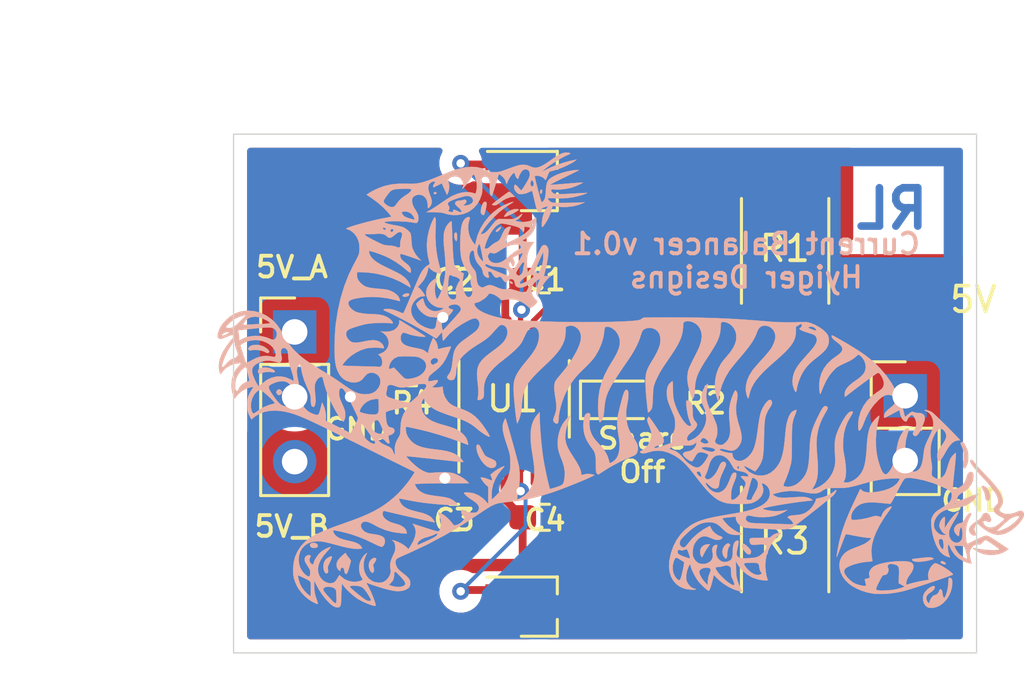
<source format=kicad_pcb>
(kicad_pcb (version 20171130) (host pcbnew "(5.1.2-1)-1")
  (layers (0 F.Cu signal) (31 B.Cu signal) (34 B.Paste user) (35 F.Paste user) (36 B.SilkS user) (37 F.SilkS user) (38 B.Mask user) (39 F.Mask user) (44 Edge.Cuts user))
  (net 0 "")
  (net 1 "Net-(C1-Pad2)")
  (net 2 5V_A)
  (net 3 GND)
  (net 4 "Net-(C2-Pad1)")
  (net 5 "Net-(C3-Pad1)")
  (net 6 5V_B)
  (net 7 "Net-(C4-Pad1)")
  (net 8 "Net-(Q1-Pad1)")
  (net 9 "Net-(Q2-Pad3)")
  (net 10 "Net-(Q2-Pad1)")
  (net 11 5V)
  (net 12 "Net-(D1-Pad2)")
  (net 13 "Net-(R4-Pad1)")
  (net 14 "Net-(D1-Pad1)")
  (net 15 "Net-(Q1-Pad3)")
  (module Logos:asian_tiger (layer F.Cu) (at 129.921 93.345)
    (fp_text reference G*** hide)
    (fp_text value LOGO hide)
  )
  (module Logos:asian_tiger (layer F.Cu) (at 129.794 90.17)
    (fp_text reference G*** hide)
    (fp_text value LOGO hide)
  )
  (module Logos:asian_tiger (layer F.Cu) (at 124.968 90.17)
    (fp_text reference G*** hide)
    (fp_text value LOGO hide)
  )
  (module Logos:asian_tiger (layer F.Cu) (at 127.254 88.138)
    (fp_text reference G*** hide)
    (fp_text value LOGO hide)
  )
  (module Logos:asian_tiger (layer F.Cu) (at 121.412 87.376)
    (fp_text reference G*** hide)
    (fp_text value LOGO hide)
  )
  (module Logos:asian_tiger (layer F.Cu) (at 129.286 94.488)
    (fp_text reference G*** hide)
    (fp_text value LOGO hide)
  )
  (module Logos:asian_tiger (layer F.Cu) (at 126.746 92.202)
    (fp_text reference G*** hide)
    (fp_text value LOGO hide)
  )
  (module Logos:asian_tiger (layer F.Cu) (at 127.762 92.456)
    (fp_text reference G*** hide)
    (fp_text value LOGO hide)
  )
  (module Connector_PinHeader_2.54mm:PinHeader_1x02_P2.54mm_Vertical (layer F.Cu) (at 141.097 93.94)
    (fp_text reference J1 hide)
    (fp_text value Conn_01x02)
    (pad 2 thru_hole oval (at 0 2.54) (size 1.7 1.7) (drill 1) (layers *.Cu *.Mask) (net 3 GND))
    (pad 1 thru_hole rect (at 0 0) (size 1.7 1.7) (drill 1) (layers *.Cu *.Mask) (net 11 5V))
  )
  (module Connector_PinHeader_2.54mm:PinHeader_1x03_P2.54mm_Vertical (layer F.Cu) (at 117.2 91.44)
    (fp_text reference J2 hide)
    (fp_text value Conn_01x03)
    (pad 3 thru_hole oval (at 0 5.08) (size 1.7 1.7) (drill 1) (layers *.Cu *.Mask) (net 6 5V_B))
    (pad 2 thru_hole oval (at 0 2.54) (size 1.7 1.7) (drill 1) (layers *.Cu *.Mask) (net 3 GND))
    (pad 1 thru_hole rect (at 0 0) (size 1.7 1.7) (drill 1) (layers *.Cu *.Mask) (net 2 5V_A))
  )
  (module LED_SMD:LED_0603_1608Metric_Pad1.05x0.95mm_HandSolder (layer F.Cu) (at 130.048 94.1)
    (fp_text reference D1 hide)
    (fp_text value LED)
    (pad 2 smd roundrect (at 0.875 0) (size 1.05 0.95) (layers F.Cu F.Paste F.Mask) (net 12 "Net-(D1-Pad2)"))
    (pad 1 smd roundrect (at -0.875 0) (size 1.05 0.95) (layers F.Cu F.Paste F.Mask) (net 14 "Net-(D1-Pad1)"))
  )
  (module Package_SO:MSOP-16_3x4.039mm_P0.5mm (layer F.Cu) (at 125.79 94.06 90)
    (fp_text reference U1 (at 0 -0.06 180) (layer F.SilkS))
    (fp_text value LTC4370)
    (pad 16 smd roundrect (at 2.15 -1.75 90) (size 1.45 0.3) (layers F.Cu F.Paste F.Mask) (net 3 GND))
    (pad 15 smd roundrect (at 2.15 -1.25 90) (size 1.45 0.3) (layers F.Cu F.Paste F.Mask) (net 3 GND))
    (pad 14 smd roundrect (at 2.15 -0.75 90) (size 1.45 0.3) (layers F.Cu F.Paste F.Mask) (net 4 "Net-(C2-Pad1)"))
    (pad 13 smd roundrect (at 2.15 -0.25 90) (size 1.45 0.3) (layers F.Cu F.Paste F.Mask) (net 2 5V_A))
    (pad 12 smd roundrect (at 2.15 0.25 90) (size 1.45 0.3) (layers F.Cu F.Paste F.Mask) (net 8 "Net-(Q1-Pad1)"))
    (pad 11 smd roundrect (at 2.15 0.75 90) (size 1.45 0.3) (layers F.Cu F.Paste F.Mask) (net 1 "Net-(C1-Pad2)"))
    (pad 10 smd roundrect (at 2.15 1.25 90) (size 1.45 0.3) (layers F.Cu F.Paste F.Mask) (net 15 "Net-(Q1-Pad3)"))
    (pad 9 smd roundrect (at 2.15 1.75 90) (size 1.45 0.3) (layers F.Cu F.Paste F.Mask) (net 14 "Net-(D1-Pad1)"))
    (pad 8 smd roundrect (at -2.15 1.75 90) (size 1.45 0.3) (layers F.Cu F.Paste F.Mask) (net 14 "Net-(D1-Pad1)"))
    (pad 7 smd roundrect (at -2.15 1.25 90) (size 1.45 0.3) (layers F.Cu F.Paste F.Mask) (net 9 "Net-(Q2-Pad3)"))
    (pad 6 smd roundrect (at -2.15 0.75 90) (size 1.45 0.3) (layers F.Cu F.Paste F.Mask) (net 7 "Net-(C4-Pad1)"))
    (pad 5 smd roundrect (at -2.15 0.25 90) (size 1.45 0.3) (layers F.Cu F.Paste F.Mask) (net 10 "Net-(Q2-Pad1)"))
    (pad 4 smd roundrect (at -2.15 -0.25 90) (size 1.45 0.3) (layers F.Cu F.Paste F.Mask) (net 6 5V_B))
    (pad 3 smd roundrect (at -2.15 -0.75 90) (size 1.45 0.3) (layers F.Cu F.Paste F.Mask) (net 5 "Net-(C3-Pad1)"))
    (pad 2 smd roundrect (at -2.15 -1.25 90) (size 1.45 0.3) (layers F.Cu F.Paste F.Mask) (net 13 "Net-(R4-Pad1)"))
    (pad 1 smd roundrect (at -2.15 -1.75 90) (size 1.45 0.3) (layers F.Cu F.Paste F.Mask) (net 3 GND))
  )
  (module Resistor_SMD:R_0603_1608Metric_Pad1.05x0.95mm_HandSolder (layer F.Cu) (at 121.8 94.06 180)
    (fp_text reference R4 (at 0 -0.174) (layer F.SilkS) (effects (font (size 0.8128 0.8128) (thickness 0.1524))))
    (fp_text value 30.1k)
    (pad 2 smd roundrect (at 0.875 0 180) (size 1.05 0.95) (layers F.Cu F.Paste F.Mask) (net 3 GND))
    (pad 1 smd roundrect (at -0.875 0 180) (size 1.05 0.95) (layers F.Cu F.Paste F.Mask) (net 13 "Net-(R4-Pad1)"))
  )
  (module Resistor_SMD:R_2512_6332Metric_Pad1.52x3.35mm_HandSolder (layer F.Cu) (at 136.398 99.568 270)
    (fp_text reference R3 (at 0.068 0.016 180) (layer F.SilkS))
    (fp_text value 2.5m)
    (pad 2 smd roundrect (at 2.9875 0 270) (size 1.525 3.35) (layers F.Cu F.Paste F.Mask) (roundrect_rratio 0.163934) (net 9 "Net-(Q2-Pad3)"))
    (pad 1 smd roundrect (at -2.9875 0 270) (size 1.525 3.35) (layers F.Cu F.Paste F.Mask) (roundrect_rratio 0.163934) (net 11 5V))
  )
  (module Resistor_SMD:R_0603_1608Metric_Pad1.05x0.95mm_HandSolder (layer F.Cu) (at 133.477 94.1 180)
    (fp_text reference R2 (at 0.188 -0.134) (layer F.SilkS) (effects (font (size 0.8128 0.8128) (thickness 0.1524))))
    (fp_text value 820R)
    (pad 2 smd roundrect (at 0.875 0 180) (size 1.05 0.95) (layers F.Cu F.Paste F.Mask) (net 12 "Net-(D1-Pad2)"))
    (pad 1 smd roundrect (at -0.875 0 180) (size 1.05 0.95) (layers F.Cu F.Paste F.Mask) (net 11 5V))
  )
  (module Resistor_SMD:R_2512_6332Metric_Pad1.52x3.35mm_HandSolder (layer F.Cu) (at 136.398 88.265 270)
    (fp_text reference R1 (at -0.092 0.016) (layer F.SilkS))
    (fp_text value 2.5m)
    (pad 2 smd roundrect (at 2.9875 0 270) (size 1.525 3.35) (layers F.Cu F.Paste F.Mask) (roundrect_rratio 0.163934) (net 11 5V))
    (pad 1 smd roundrect (at -2.9875 0 270) (size 1.525 3.35) (layers F.Cu F.Paste F.Mask) (roundrect_rratio 0.163934) (net 15 "Net-(Q1-Pad3)"))
  )
  (module Package_TO_SOT_SMD:SOT-323_SC-70_Handsoldering (layer F.Cu) (at 126.746 102.2)
    (fp_text reference Q2 hide)
    (fp_text value NX3008NBKW)
    (pad 3 smd rect (at 1.33 0 270) (size 0.45 1.5) (layers F.Cu F.Paste F.Mask) (net 9 "Net-(Q2-Pad3)"))
    (pad 2 smd rect (at -1.33 0.65 270) (size 0.45 1.5) (layers F.Cu F.Paste F.Mask) (net 6 5V_B))
    (pad 1 smd rect (at -1.33 -0.65 270) (size 0.45 1.5) (layers F.Cu F.Paste F.Mask) (net 10 "Net-(Q2-Pad1)"))
  )
  (module Package_TO_SOT_SMD:SOT-323_SC-70_Handsoldering (layer F.Cu) (at 126.746 85.53)
    (fp_text reference Q1 hide)
    (fp_text value NX3008NBKW)
    (pad 3 smd rect (at 1.33 0 270) (size 0.45 1.5) (layers F.Cu F.Paste F.Mask) (net 15 "Net-(Q1-Pad3)"))
    (pad 2 smd rect (at -1.33 0.65 270) (size 0.45 1.5) (layers F.Cu F.Paste F.Mask) (net 2 5V_A))
    (pad 1 smd rect (at -1.33 -0.65 270) (size 0.45 1.5) (layers F.Cu F.Paste F.Mask) (net 8 "Net-(Q1-Pad1)"))
  )
  (module Capacitor_SMD:C_0603_1608Metric_Pad1.05x0.95mm_HandSolder (layer F.Cu) (at 127 98.7 180)
    (fp_text reference C4 (at 0 -0.106) (layer F.SilkS) (effects (font (size 0.8128 0.8128) (thickness 0.1524))))
    (fp_text value 39nF)
    (pad 2 smd roundrect (at 0.875 0 180) (size 1.05 0.95) (layers F.Cu F.Paste F.Mask) (net 6 5V_B))
    (pad 1 smd roundrect (at -0.875 0 180) (size 1.05 0.95) (layers F.Cu F.Paste F.Mask) (net 7 "Net-(C4-Pad1)"))
  )
  (module Capacitor_SMD:C_0603_1608Metric_Pad1.05x0.95mm_HandSolder (layer F.Cu) (at 123.444 98.7 180)
    (fp_text reference C3 (at 0 -0.106) (layer F.SilkS) (effects (font (size 0.8128 0.8128) (thickness 0.1524))))
    (fp_text value 100nF)
    (pad 2 smd roundrect (at 0.875 0 180) (size 1.05 0.95) (layers F.Cu F.Paste F.Mask) (net 3 GND))
    (pad 1 smd roundrect (at -0.875 0 180) (size 1.05 0.95) (layers F.Cu F.Paste F.Mask) (net 5 "Net-(C3-Pad1)"))
  )
  (module Capacitor_SMD:C_0603_1608Metric_Pad1.05x0.95mm_HandSolder (layer F.Cu) (at 123.444 89.4 180)
    (fp_text reference C2 (at 0 -0.008) (layer F.SilkS) (effects (font (size 0.8128 0.8128) (thickness 0.1524))))
    (fp_text value 100nF)
    (pad 2 smd roundrect (at 0.875 0 180) (size 1.05 0.95) (layers F.Cu F.Paste F.Mask) (net 3 GND))
    (pad 1 smd roundrect (at -0.875 0 180) (size 1.05 0.95) (layers F.Cu F.Paste F.Mask) (net 4 "Net-(C2-Pad1)"))
  )
  (module Capacitor_SMD:C_0603_1608Metric_Pad1.05x0.95mm_HandSolder (layer F.Cu) (at 127 89.4)
    (fp_text reference C1 (at 0 0.008) (layer F.SilkS) (effects (font (size 0.8128 0.8128) (thickness 0.1524))))
    (fp_text value 39nF)
    (pad 2 smd roundrect (at 0.875 0) (size 1.05 0.95) (layers F.Cu F.Paste F.Mask) (net 1 "Net-(C1-Pad2)"))
    (pad 1 smd roundrect (at -0.875 0) (size 1.05 0.95) (layers F.Cu F.Paste F.Mask) (net 2 5V_A))
  )
  (gr_text RL (at 140.589 86.614) (layer B.Cu) (effects (font (size 1.5 1.5) (thickness 0.3)) (justify mirror)))
  (gr_text "Current Balancer v0.1\nHyiger Designs" (at 134.874 88.646) (layer B.SilkS) (effects (font (size 0.8128 0.8128) (thickness 0.1524)) (justify mirror)))
  (gr_text GND (at 119.634 95.25) (layer F.SilkS) (effects (font (size 0.8128 0.8128) (thickness 0.1524))))
  (gr_text GND (at 143.764 98.044) (layer F.SilkS) (effects (font (size 0.8128 0.8128) (thickness 0.1524))))
  (gr_text 5V (at 143.764 90.17) (layer F.SilkS) (effects (font (size 1 1))))
  (gr_text 5V_B (at 117.094 99.06) (layer F.SilkS) (effects (font (size 0.8128 0.8128) (thickness 0.1524))))
  (gr_text 5V_A (at 117.094 88.9) (layer F.SilkS) (effects (font (size 0.8128 0.8128) (thickness 0.1524))))
  (gr_line (start 114.808 104.013) (end 114.808 83.693) (layer Edge.Cuts) (width 0.05))
  (gr_line (start 143.891 104.013) (end 114.808 104.013) (layer Edge.Cuts) (width 0.05))
  (gr_line (start 143.891 83.693) (end 143.891 104.013) (layer Edge.Cuts) (width 0.05))
  (gr_line (start 114.808 83.693) (end 143.891 83.693) (layer Edge.Cuts) (width 0.05))
  (gr_text "Share\nOff" (at 130.81 96.266) (layer F.SilkS) (effects (font (size 0.8128 0.8128) (thickness 0.1524))))
  (segment (start 127.875 89.549) (end 127.875 89.4) (width 0.1524) (layer F.Cu) (net 1))
  (segment (start 126.54 91.01025) (end 127.375928 90.174322) (width 0.2032) (layer F.Cu) (net 1))
  (segment (start 127.375928 89.899072) (end 127.875 89.4) (width 0.2032) (layer F.Cu) (net 1))
  (segment (start 127.375928 90.174322) (end 127.375928 89.899072) (width 0.2032) (layer F.Cu) (net 1))
  (segment (start 126.54 91.91) (end 126.54 91.01025) (width 0.2032) (layer F.Cu) (net 1))
  (segment (start 126.125 89.4) (end 126.125 87.489) (width 0.3048) (layer F.Cu) (net 2))
  (segment (start 126.238 87.376) (end 126.125 87.489) (width 0.3048) (layer F.Cu) (net 2))
  (segment (start 125.54 91.91) (end 125.54 90.970549) (width 0.3048) (layer F.Cu) (net 2))
  (segment (start 125.443359 90.081641) (end 125.625928 89.899072) (width 0.3048) (layer F.Cu) (net 2))
  (segment (start 125.443359 90.873908) (end 125.443359 90.081641) (width 0.3048) (layer F.Cu) (net 2))
  (segment (start 125.54 90.970549) (end 125.443359 90.873908) (width 0.3048) (layer F.Cu) (net 2))
  (segment (start 125.625928 89.899072) (end 126.125 89.4) (width 0.3048) (layer F.Cu) (net 2))
  (segment (start 120.845 93.98) (end 120.925 94.06) (width 0.3048) (layer F.Cu) (net 3))
  (segment (start 117.2 93.98) (end 119.38 93.98) (width 0.3048) (layer F.Cu) (net 3))
  (segment (start 119.38 93.98) (end 120.845 93.98) (width 0.3048) (layer F.Cu) (net 3))
  (via (at 119.38 93.98) (size 0.889) (drill 0.4318) (layers F.Cu B.Cu) (net 3))
  (segment (start 124.54 91.91) (end 124.04 91.91) (width 0.3048) (layer F.Cu) (net 3))
  (segment (start 122.569 90.439) (end 122.569 89.4) (width 0.3048) (layer F.Cu) (net 3))
  (segment (start 124.04 91.91) (end 122.999 90.869) (width 0.3048) (layer F.Cu) (net 3))
  (segment (start 122.999 90.869) (end 122.569 90.439) (width 0.3048) (layer F.Cu) (net 3))
  (via (at 122.999 90.869) (size 0.889) (drill 0.4318) (layers F.Cu B.Cu) (net 3))
  (segment (start 121.424072 94.559072) (end 120.925 94.06) (width 0.3048) (layer F.Cu) (net 3))
  (segment (start 122.85429 95.98929) (end 121.424072 94.559072) (width 0.3048) (layer F.Cu) (net 3))
  (segment (start 123.81929 95.98929) (end 122.85429 95.98929) (width 0.3048) (layer F.Cu) (net 3))
  (segment (start 124.04 96.21) (end 123.81929 95.98929) (width 0.3048) (layer F.Cu) (net 3))
  (segment (start 122.569 97.681) (end 123.079 97.171) (width 0.3048) (layer F.Cu) (net 3))
  (segment (start 122.569 98.7) (end 122.569 97.681) (width 0.3048) (layer F.Cu) (net 3))
  (segment (start 123.079 97.171) (end 124.04 96.21) (width 0.3048) (layer F.Cu) (net 3))
  (via (at 123.079 97.171) (size 0.889) (drill 0.4318) (layers F.Cu B.Cu) (net 3))
  (segment (start 125.04 91.91) (end 125.04 91.117142) (width 0.3048) (layer F.Cu) (net 4))
  (segment (start 125.04 91.117142) (end 124.319 90.396142) (width 0.3048) (layer F.Cu) (net 4))
  (segment (start 124.319 90.396142) (end 124.319 89.975) (width 0.3048) (layer F.Cu) (net 4))
  (segment (start 124.319 89.975) (end 124.319 89.4) (width 0.3048) (layer F.Cu) (net 4))
  (segment (start 124.319 98.125) (end 124.319 98.7) (width 0.3048) (layer F.Cu) (net 5))
  (segment (start 125.04 96.21) (end 125.04 97.096689) (width 0.3048) (layer F.Cu) (net 5))
  (segment (start 125.04 97.096689) (end 124.319 97.817689) (width 0.3048) (layer F.Cu) (net 5))
  (segment (start 124.319 97.817689) (end 124.319 98.125) (width 0.3048) (layer F.Cu) (net 5))
  (segment (start 126.125 98.7) (end 126.125 100.443) (width 0.3048) (layer F.Cu) (net 6))
  (segment (start 126.125 100.443) (end 125.984 100.584) (width 0.3048) (layer F.Cu) (net 6))
  (segment (start 125.41108 97.98608) (end 125.625928 98.200928) (width 0.3048) (layer F.Cu) (net 6))
  (segment (start 125.41108 97.372202) (end 125.41108 97.98608) (width 0.3048) (layer F.Cu) (net 6))
  (segment (start 125.54 96.21) (end 125.54 97.243282) (width 0.3048) (layer F.Cu) (net 6))
  (segment (start 125.54 97.243282) (end 125.41108 97.372202) (width 0.3048) (layer F.Cu) (net 6))
  (segment (start 125.625928 98.200928) (end 126.125 98.7) (width 0.3048) (layer F.Cu) (net 6))
  (segment (start 127.375928 98.200928) (end 127.875 98.7) (width 0.2032) (layer F.Cu) (net 7))
  (segment (start 126.54 97.365) (end 127.375928 98.200928) (width 0.2032) (layer F.Cu) (net 7))
  (segment (start 126.54 96.21) (end 126.54 97.365) (width 0.2032) (layer F.Cu) (net 7))
  (via (at 123.698 84.836) (size 0.6604) (drill 0.3302) (layers F.Cu B.Cu) (net 8))
  (segment (start 125.372 84.836) (end 125.416 84.88) (width 0.1524) (layer F.Cu) (net 8))
  (segment (start 123.742 84.88) (end 123.698 84.836) (width 0.3048) (layer F.Cu) (net 8))
  (segment (start 125.416 84.88) (end 123.742 84.88) (width 0.3048) (layer F.Cu) (net 8))
  (via (at 126.07836 90.569107) (size 0.6604) (drill 0.3302) (layers F.Cu B.Cu) (net 8))
  (segment (start 123.698 84.836) (end 126.07836 87.21636) (width 0.1524) (layer B.Cu) (net 8))
  (segment (start 126.07836 87.21636) (end 126.07836 90.102134) (width 0.1524) (layer B.Cu) (net 8))
  (segment (start 126.07836 90.102134) (end 126.07836 90.569107) (width 0.1524) (layer B.Cu) (net 8))
  (segment (start 126.04 90.607467) (end 126.07836 90.569107) (width 0.2032) (layer F.Cu) (net 8))
  (segment (start 126.04 91.91) (end 126.04 90.607467) (width 0.2032) (layer F.Cu) (net 8))
  (segment (start 129.794 98.298) (end 129.794 100.584) (width 0.3048) (layer F.Cu) (net 9))
  (segment (start 129.032 97.536) (end 129.794 98.298) (width 0.3048) (layer F.Cu) (net 9))
  (segment (start 127.541 97.536) (end 129.032 97.536) (width 0.3048) (layer F.Cu) (net 9))
  (segment (start 127.04 97.035) (end 127.541 97.536) (width 0.3048) (layer F.Cu) (net 9))
  (segment (start 127.04 96.21) (end 127.04 97.035) (width 0.3048) (layer F.Cu) (net 9))
  (segment (start 125.476 101.49) (end 125.416 101.55) (width 0.1524) (layer F.Cu) (net 10))
  (via (at 123.698 101.6) (size 0.6604) (drill 0.3302) (layers F.Cu B.Cu) (net 10))
  (segment (start 125.366 101.6) (end 125.416 101.55) (width 0.1524) (layer F.Cu) (net 10))
  (segment (start 126.04 97.592) (end 126.238 97.79) (width 0.1524) (layer F.Cu) (net 10))
  (segment (start 126.238 99.06) (end 123.698 101.6) (width 0.1524) (layer B.Cu) (net 10))
  (segment (start 126.238 97.79) (end 126.238 99.06) (width 0.1524) (layer B.Cu) (net 10))
  (segment (start 123.748 101.55) (end 123.698 101.6) (width 0.3048) (layer F.Cu) (net 10))
  (segment (start 125.416 101.55) (end 123.748 101.55) (width 0.3048) (layer F.Cu) (net 10))
  (segment (start 126.04 96.21) (end 126.04 97.670922) (width 0.2032) (layer F.Cu) (net 10))
  (segment (start 126.04 97.670922) (end 126.046082 97.677004) (width 0.2032) (layer F.Cu) (net 10))
  (via (at 126.046082 97.677004) (size 0.6604) (drill 0.3302) (layers F.Cu B.Cu) (net 10))
  (segment (start 130.923 94.1) (end 132.602 94.1) (width 0.3048) (layer F.Cu) (net 12))
  (segment (start 123.524 94.06) (end 122.675 94.06) (width 0.3048) (layer F.Cu) (net 13))
  (segment (start 124.54 95.076) (end 123.524 94.06) (width 0.3048) (layer F.Cu) (net 13))
  (segment (start 124.54 96.21) (end 124.54 95.076) (width 0.3048) (layer F.Cu) (net 13))
  (segment (start 127.54 92.467) (end 129.173 94.1) (width 0.3048) (layer F.Cu) (net 14))
  (segment (start 127.54 91.91) (end 127.54 92.467) (width 0.3048) (layer F.Cu) (net 14))
  (segment (start 127.54 95.733) (end 129.173 94.1) (width 0.3048) (layer F.Cu) (net 14))
  (segment (start 127.54 96.21) (end 127.54 95.733) (width 0.3048) (layer F.Cu) (net 14))
  (segment (start 127.04 91.085) (end 127.701 90.424) (width 0.3048) (layer F.Cu) (net 15))
  (segment (start 127.04 91.91) (end 127.04 91.085) (width 0.3048) (layer F.Cu) (net 15))
  (segment (start 127.701 90.424) (end 128.142944 90.424) (width 0.3048) (layer F.Cu) (net 15))
  (segment (start 128.142944 90.424) (end 129.032 90.424) (width 0.3048) (layer F.Cu) (net 15))
  (segment (start 129.032 90.424) (end 129.794 89.662) (width 0.3048) (layer F.Cu) (net 15))
  (segment (start 129.794 89.662) (end 129.794 87.376) (width 0.3048) (layer F.Cu) (net 15))
  (zone (net 11) (net_name 5V) (layer F.Cu) (connect_pads yes (clearance 0.508)) (min_thickness 0.254) (fill yes (arc_segments 32) (thermal_gap 0.508) (thermal_bridge_width 0.508))
    (polygon (pts (xy 133.43284 88.392) (xy 143.764 88.392) (xy 143.764 99.314) (xy 133.43284 99.314)))
  )
  (zone (net 6) (net_name 5V_B) (layer F.Cu) (connect_pads yes (clearance 0.508)) (min_thickness 0.254) (fill yes (arc_segments 32) (thermal_gap 0.508) (thermal_bridge_width 0.508))
    (polygon (pts (xy 115.062 95.25) (xy 121.666 95.25) (xy 121.666 100.33) (xy 126.492 100.33) (xy 126.492 103.886) (xy 115.062 103.886)))
  )
  (zone (net 2) (net_name 5V_A) (layer F.Cu) (connect_pads yes (clearance 0.508)) (min_thickness 0.254) (fill yes (arc_segments 32) (thermal_gap 0.508) (thermal_bridge_width 0.508))
    (polygon (pts (xy 115.062 92.71) (xy 115.062 83.82) (xy 126.492 83.82) (xy 126.492 87.63) (xy 121.412 87.63) (xy 121.412 92.71)))
  )
  (zone (net 9) (net_name "Net-(Q2-Pad3)") (layer F.Cu) (connect_pads yes (clearance 0.508)) (min_thickness 0.254) (fill yes (arc_segments 32) (thermal_gap 0.508) (thermal_bridge_width 0.508))
    (polygon (pts (xy 141.224 103.886) (xy 127 103.886) (xy 127 99.822) (xy 141.224 99.822)))
  )
  (zone (net 15) (net_name "Net-(Q1-Pad3)") (layer F.Cu) (connect_pads yes (clearance 0.508)) (min_thickness 0.254) (fill yes (arc_segments 32) (thermal_gap 0.508) (thermal_bridge_width 0.508))
    (polygon (pts (xy 127 83.82) (xy 139.065 83.82) (xy 139.065 87.884) (xy 127 87.884)))
  )
  (zone (net 3) (net_name GND) (layer B.Cu) (connect_pads yes (clearance 0.508)) (min_thickness 0.254) (fill yes (arc_segments 32) (thermal_gap 0.508) (thermal_bridge_width 0.508))
    (polygon (pts (xy 114.554 83.566) (xy 144.145 83.566) (xy 144.272 104.394) (xy 114.554 104.14)))
  )
)
</source>
